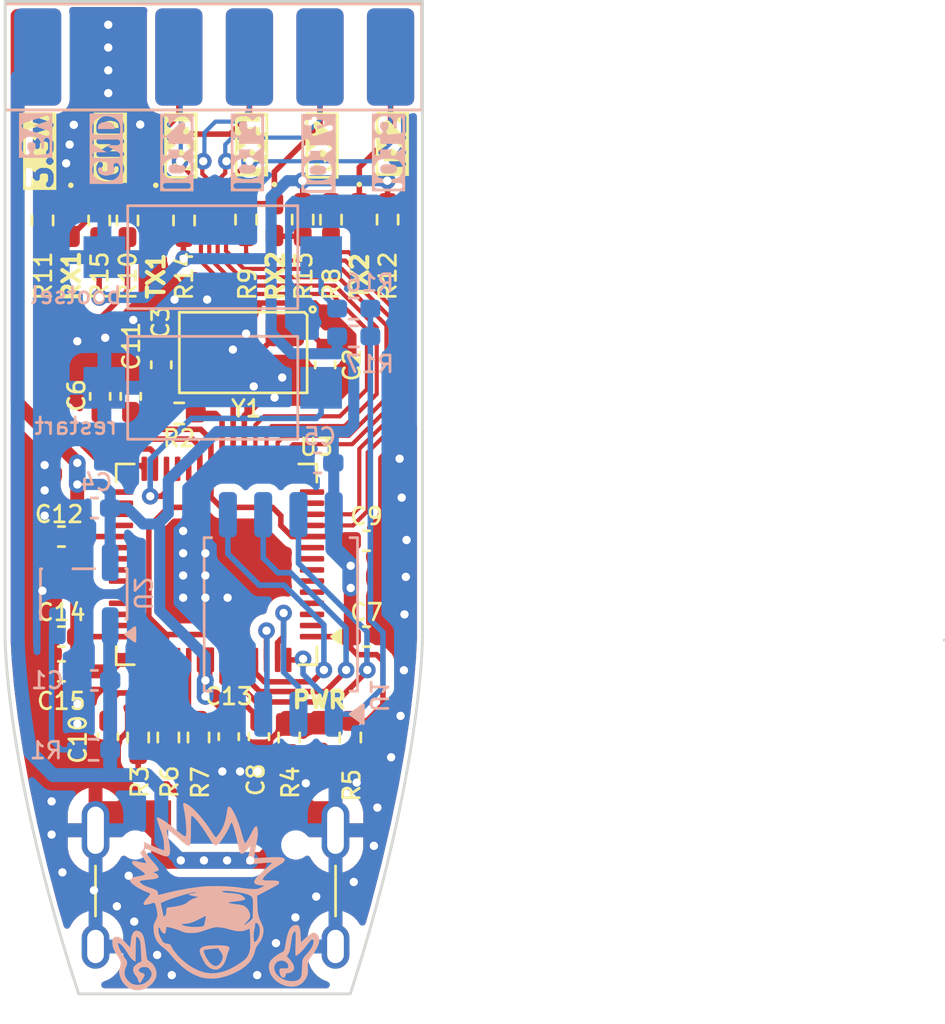
<source format=kicad_pcb>
(kicad_pcb (version 20241229) (generator "pcbnew") (generator_version "9.0")
  (layers (0 "F.Cu" signal) (2 "B.Cu" signal) (13 "F.Paste" user) (15 "B.Paste" user) (5 "F.SilkS" user "F.Silkscreen") (7 "B.SilkS" user "B.Silkscreen") (1 "F.Mask" user) (3 "B.Mask" user) (25 "Edge.Cuts" user))
  (net 0 "")
  (net 1 "GND")
  (net 2 "VBUS")
  (net 3 "/XIN")
  (net 4 "Net-(C3-Pad1)")
  (net 5 "+3.3V")
  (net 6 "+1V1")
  (net 7 "Net-(D1-A)")
  (net 8 "Net-(D2-A)")
  (net 9 "/UART0_TX")
  (net 10 "/UART0_RX")
  (net 11 "Net-(D3-A)")
  (net 12 "/UART1_TX")
  (net 13 "Net-(D4-A)")
  (net 14 "Net-(D5-A)")
  (net 15 "/UART1_RX")
  (net 16 "Net-(R16-Pad1)")
  (net 17 "/USB_D+")
  (net 19 "Net-(J1-CC1)")
  (net 20 "/USB_D-")
  (net 21 "Net-(U3-GPIO8)")
  (net 22 "Net-(U3-GPIO9)")
  (net 23 "Net-(J1-CC2)")
  (net 25 "/SPICS_I2CSCL0")
  (net 26 "/SPISCK_I2CSDA1")
  (net 27 "/SPIRX_I2CSDA0")
  (net 28 "/SPITX_I2CSCL1")
  (net 33 "Net-(U2-EN)")
  (net 34 "/XOUT")
  (net 35 "/QSPI_SS")
  (net 36 "/RUN")
  (net 37 "/QSPI_SCLK")
  (net 38 "/QSPI_SD0")
  (net 39 "/QSPI_SD3")
  (net 40 "/QSPI_SD2")
  (net 41 "/QSPI_SD1")
  (net 58 "/USB__D-")
  (net 59 "/USB__D+")
  (net 60 "Net-(U3-GPIO16)")
  (net 61 "Net-(U3-GPIO17)")
  (footprint "LED_SMD:LED_0402_1005Metric_Pad0.77x0.64mm_HandSolder" (layer "F.Cu") (at 158.97438 112.45 -90)
    (property "Reference" "D2")
    (property "Value" "TX2")
  )
  (footprint "Resistor_SMD:R_0402_1005Metric_Pad0.72x0.64mm_HandSolder" (layer "F.Cu") (at 149.61219 112.48 90)
    (property "Reference" "R15")
    (property "Value" "470R")
  )
  (footprint "Resistor_SMD:R_0402_1005Metric_Pad0.72x0.64mm_HandSolder" (layer "F.Cu") (at 154.9 112.45 90)
    (property "Reference" "R9")
    (property "Value" "100R")
  )
  (footprint "RB_LIBRARY:Crystal_SMD_4Pin" (layer "F.Cu") (at 154.897578 117.1825 180)
    (property "Reference" "Y1")
    (property "Value" "12Mhz")
  )
  (footprint "Capacitor_SMD:C_0402_1005Metric_Pad0.74x0.62mm_HandSolder" (layer "F.Cu") (at 148.255078 127.45 180)
    (property "Reference" "C14")
    (property "Value" "0.1uF")
  )
  (footprint "Resistor_SMD:R_0402_1005Metric_Pad0.72x0.64mm_HandSolder" (layer "F.Cu") (at 152.492578 119.4225)
    (property "Reference" "R2")
    (property "Value" "1k")
  )
  (footprint "Capacitor_SMD:C_0402_1005Metric_Pad0.74x0.62mm_HandSolder" (layer "F.Cu") (at 159.2325 124)
    (property "Reference" "C9")
    (property "Value" "0.1uF")
  )
  (footprint "Resistor_SMD:R_0402_1005Metric_Pad0.72x0.64mm_HandSolder" (layer "F.Cu") (at 150.630785 112.48 90)
    (property "Reference" "R10")
    (property "Value" "100R")
  )
  (footprint "Capacitor_SMD:C_0402_1005Metric_Pad0.74x0.62mm_HandSolder" (layer "F.Cu") (at 157.747578 117.6725 -90)
    (property "Reference" "C2")
    (property "Value" "15pF")
  )
  (footprint "Resistor_SMD:R_0402_1005Metric_Pad0.72x0.64mm_HandSolder" (layer "F.Cu") (at 152.667975 112.48 90)
    (property "Reference" "R14")
    (property "Value" "470R")
  )
  (footprint "Package_DFN_QFN:QFN-56-1EP_7x7mm_P0.4mm_EP3.2x3.2mm" (layer "F.Cu") (at 153.835076 124.85 180)
    (property "Reference" "U3")
    (property "Value" "RP2040")
  )
  (footprint "RB_LIBRARY:PinHeader_2x06_SMD_P2.54mm_Horizontal" (layer "F.Cu") (at 152.479998 106.6 90)
    (property "Reference" "J2" (hide yes))
    (property "Value" "Conn_02x06" (hide yes))
  )
  (footprint "Resistor_SMD:R_0402_1005Metric_Pad0.72x0.64mm_HandSolder" (layer "F.Cu") (at 157.955785 112.45 90)
    (property "Reference" "R8")
    (property "Value" "100R")
  )
  (footprint "LED_SMD:LED_0402_1005Metric_Pad0.77x0.64mm_HandSolder" (layer "F.Cu") (at 151.64938 112.48 -90)
    (property "Reference" "D4")
    (property "Value" "TX1")
  )
  (footprint "Capacitor_SMD:C_0402_1005Metric_Pad0.74x0.62mm_HandSolder" (layer "F.Cu") (at 159.2325 127.45)
    (property "Reference" "C7")
    (property "Value" "0.1uF")
  )
  (footprint "Resistor_SMD:R_0402_1005Metric_Pad0.72x0.64mm_HandSolder" (layer "F.Cu") (at 156.93719 112.45 -90)
    (property "Reference" "R13")
    (property "Value" "470R")
  )
  (footprint "Resistor_SMD:R_0402_1005Metric_Pad0.72x0.64mm_HandSolder" (layer "F.Cu") (at 159.992975 112.45 -90)
    (property "Reference" "R12")
    (property "Value" "470R")
  )
  (footprint "Resistor_SMD:R_0402_1005Metric_Pad0.72x0.64mm_HandSolder" (layer "F.Cu") (at 151.015972 131.0775 90)
    (property "Reference" "R3")
    (property "Value" "5.1k")
  )
  (footprint "Capacitor_SMD:C_0402_1005Metric_Pad0.74x0.62mm_HandSolder" (layer "F.Cu") (at 150.747578 118.8075 90)
    (property "Reference" "C11")
    (property "Value" "0.1uF")
  )
  (footprint "Capacitor_SMD:C_0402_1005Metric_Pad0.74x0.62mm_HandSolder" (layer "F.Cu") (at 149.647578 118.8075 90)
    (property "Reference" "C6")
    (property "Value" "0.1uF")
  )
  (footprint "LED_SMD:LED_0402_1005Metric_Pad0.77x0.64mm_HandSolder" (layer "F.Cu") (at 155.918595 112.45 -90)
    (property "Reference" "D3")
    (property "Value" "RX2")
  )
  (footprint "Capacitor_SMD:C_0402_1005Metric_Pad0.74x0.62mm_HandSolder" (layer "F.Cu") (at 148.255078 123.85 180)
    (property "Reference" "C12")
    (property "Value" "0.1uF")
  )
  (footprint "RB_LIBRARY:USB-C_16" (layer "F.Cu") (at 153.8 133.5)
    (property "Reference" "J1")
    (property "Value" "USB_C_Receptacle")
  )
  (footprint "Capacitor_SMD:C_0402_1005Metric_Pad0.74x0.62mm_HandSolder" (layer "F.Cu") (at 154.276389 131.0475 -90)
    (property "Reference" "C13")
    (property "Value" "0.1uF")
  )
  (footprint "Capacitor_SMD:C_0402_1005Metric_Pad0.74x0.62mm_HandSolder" (layer "F.Cu") (at 149.929167 131.0475 -90)
    (property "Reference" "C10")
    (property "Value" "2.2uF")
  )
  (footprint "Resistor_SMD:R_0402_1005Metric_Pad0.72x0.64mm_HandSolder" (layer "F.Cu") (at 153.189584 131.0775 90)
    (property "Reference" "R7")
    (property "Value" "27R")
  )
  (footprint "Resistor_SMD:R_0402_1005Metric_Pad0.72x0.64mm_HandSolder" (layer "F.Cu") (at 147.575 112.4775 90)
    (property "Reference" "R11")
    (property "Value" "100R")
  )
  (footprint "LED_SMD:LED_0402_1005Metric_Pad0.77x0.64mm_HandSolder" (layer "F.Cu") (at 157.536806 131.0775 -90)
    (property "Reference" "D1" (hide yes))
    (property "Value" "PWR")
  )
  (footprint "Resistor_SMD:R_0402_1005Metric_Pad0.72x0.64mm_HandSolder" (layer "F.Cu") (at 152.102778 131.0775 90)
    (property "Reference" "R6")
    (property "Value" "27R")
  )
  (footprint "Capacitor_SMD:C_0402_1005Metric_Pad0.74x0.62mm_HandSolder" (layer "F.Cu") (at 155.363195 131.0475 -90)
    (property "Reference" "C8")
    (property "Value" "0.1uF")
  )
  (footprint "Capacitor_SMD:C_0402_1005Metric_Pad0.74x0.62mm_HandSolder" (layer "F.Cu") (at 151.847578 117.6725 90)
    (property "Reference" "C3")
    (property "Value" "15pF")
  )
  (footprint "Capacitor_SMD:C_0402_1005Metric_Pad0.74x0.62mm_HandSolder" (layer "F.Cu") (at 148.255078 128.7 180)
    (property "Reference" "C15")
    (property "Value" "2.2uF")
  )
  (footprint "Resistor_SMD:R_0402_1005Metric_Pad0.72x0.64mm_HandSolder" (layer "F.Cu") (at 158.65 131.0775 -90)
    (property "Reference" "R5")
    (property "Value" "470R")
  )
  (footprint "Resistor_SMD:R_0402_1005Metric_Pad0.72x0.64mm_HandSolder" (layer "F.Cu") (at 156.45 131.0775 90)
    (property "Reference" "R4")
    (property "Value" "5.1k")
  )
  (footprint "LED_SMD:LED_0402_1005Metric_Pad0.77x0.64mm_HandSolder" (layer "F.Cu") (at 148.593595 112.48 -90)
    (property "Reference" "D5")
    (property "Value" "RX1")
  )
  (footprint "Capacitor_SMD:C_0402_1005Metric_Pad0.74x0.62mm_HandSolder" (layer "B.Cu") (at 157.47 121.2 180)
    (property "Reference" "C5")
    (property "Value" "0.1uF")
  )
  (footprint "LOGO" (layer "B.Cu") (at 153.807978 136.800001 180)
    (property "Reference" "G***" (hide yes))
    (property "Value" "LOGO" (hide yes))
  )
  (footprint "Resistor_SMD:R_0402_1005Metric_Pad0.72x0.64mm_HandSolder" (layer "B.Cu") (at 158.775002 116.65)
    (property "Reference" "R17")
    (property "Value" "10k")
  )
  (footprint "Resistor_SMD:R_0402_1005Metric_Pad0.72x0.64mm_HandSolder" (layer "B.Cu") (at 158.775002 115.65)
    (property "Reference" "R16")
    (property "Value" "1k")
  )
  (footprint "Capacitor_SMD:C_0402_1005Metric_Pad0.74x0.62mm_HandSolder" (layer "B.Cu") (at 149.44 122.825 180)
    (property "Reference" "C4")
    (property "Value" "1uF")
  )
  (footprint "Resistor_SMD:R_0402_1005Metric_Pad0.72x0.64mm_HandSolder" (layer "B.Cu") (at 149.41 131.52)
    (property "Reference" "R1")
    (property "Value" "10k")
  )
  (footprint "Button_Switch_SMD:SW_SPST_CK_RS282G05A3" (layer "B.Cu") (at 153.7 118.5)
    (property "Reference" "SW2" (hide yes))
    (property "Value" "restart")
  )
  (footprint "Button_Switch_SMD:SW_SPST_CK_RS282G05A3" (layer "B.Cu") (at 153.7 113.8)
    (property "Reference" "SW1" (hide yes))
    (property "Value" "bootsel")
  )
  (footprint "Package_SO:SOIC-8_5.3x5.3mm_P1.27mm" (layer "B.Cu") (at 156.15 126.65 90)
    (property "Reference" "U1")
    (property "Value" "W25Q32JVSS")
  )
  (footprint "Package_TO_SOT_SMD:SOT-23-5" (layer "B.Cu") (at 149.057501 125.9195 90)
    (property "Reference" "U2")
    (property "Value" "TLV74333PDBVR")
  )
  (footprint "Capacitor_SMD:C_0402_1005Metric_Pad0.74x0.62mm_HandSolder" (layer "B.Cu") (at 149.44 129.025001 180)
    (property "Reference" "C1")
    (property "Value" "1uF")
  )
  (gr_rect (start 153.175 127.8875) (end 153.700001 128.675) (stroke (width 0.1)) (fill yes) (layer "F.Cu") (net 5))
  (gr_rect (start 149.49 133.37) (end 150.875 134.34) (fill yes) (layer "F.Cu") (net 1))
  (gr_rect (start 156.725 133.37) (end 158.11 134.34) (fill yes) (layer "F.Cu") (net 1))
  (gr_rect (start 151.135076 127.85) (end 151.735077 128.725) (stroke (width 0.1)) (fill yes) (layer "F.Cu") (net 5))
  (gr_line (start 146.225 104.6) (end 146.225 127.45) (stroke (width 0.1)) (layer "Edge.Cuts"))
  (gr_curve (pts (xy 158.65 140.3) (xy 161.25 132.25) (xy 161.25 127.45) (xy 161.25 127.45)) (stroke (width 0.1)) (layer "Edge.Cuts"))
  (gr_curve (pts (xy 161.25 127.45) (xy 161.25 127.45) (xy 161.25 127.45) (xy 161.25 127.45)) (stroke (width 0.1)) (layer "Edge.Cuts"))
  (gr_line (start 161.25 104.6) (end 161.25 127.45) (stroke (width 0.1)) (layer "Edge.Cuts"))
  (gr_curve (pts (xy 148.875 140.3) (xy 146.225 132.25) (xy 146.225 127.45) (xy 146.225 127.45)) (stroke (width 0.1)) (layer "Edge.Cuts"))
  (gr_curve (pts (xy 180.025 127.575) (xy 180.025 127.575) (xy 180.025 127.575) (xy 180.025 127.575)) (stroke (width 0.1)) (layer "Edge.Cuts"))
  (gr_line (start 158.65 140.3) (end 148.875 140.3) (stroke (width 0.1)) (layer "Edge.Cuts"))
  (gr_line (start 161.25 104.6) (end 146.225 104.6) (stroke (width 0.1)) (layer "Edge.Cuts"))
  (gr_text "GND" (at 150.520998 111.214285 90) (layer "F.SilkS" knockout) (effects (font (size 0.8 0.8) (thickness 0.2) (bold yes)) (justify left bottom)))
  (gr_text "RX2" (at 158.140997 111.1 90) (layer "F.SilkS" knockout) (effects (font (size 0.8 0.8) (thickness 0.2) (bold yes)) (justify left bottom)))
  (gr_text "TX2" (at 160.68 111.02 90) (layer "F.SilkS" knockout) (effects (font (size 0.8 0.8) (thickness 0.4) (bold yes)) (justify left bottom)))
  (gr_text "RX1" (at 153.060998 111.1 90) (layer "F.SilkS" knockout) (effects (font (size 0.8 0.8) (thickness 0.2) (bold yes)) (justify left bottom)))
  (gr_text "3.3V" (at 147.980999 111.43 90) (layer "F.SilkS" knockout) (effects (font (size 0.8 0.8) (thickness 0.2) (bold yes)) (justify left bottom)))
  (gr_text "TX1" (at 155.600998 110.909524 90) (layer "F.SilkS" knockout) (effects (font (size 0.8 0.8) (thickness 0.2) (bold yes)) (justify left bottom)))
  (gr_text "5V" (at 146.818999 108.6 270) (layer "B.SilkS" knockout) (effects (font (size 0.8 0.8) (thickness 0.2)) (justify right bottom mirror)))
  (gr_text "IO12" (at 151.898998 108.55 270) (layer "B.SilkS" knockout) (effects (font (size 0.8 0.8) (thickness 0.2)) (justify right bottom mirror)))
  (gr_text "IO13" (at 154.438998 108.55 270) (layer "B.SilkS" knockout) (effects (font (size 0.8 0.8) (thickness 0.2)) (justify right bottom mirror)))
  (gr_text "IO14" (at 156.978997 108.6 270) (layer "B.SilkS" knockout) (effects (font (size 0.8 0.8) (thickness 0.2)) (justify right bottom mirror)))
  (gr_text "IO15" (at 159.518998 108.55 270) (layer "B.SilkS" knockout) (effects (font (size 0.8 0.8) (thickness 0.2)) (justify right bottom mirror)))
  (gr_text "GND" (at 149.358998 108.55 270) (layer "B.SilkS" knockout) (effects (font (size 0.8 0.8) (thickness 0.2)) (justify right bottom mirror)))
  (segment (start 151.847578 117.05) (end 152.465078 116.4325) (width 0.2) (layer "F.Cu") (net 1))
  (segment (start 157.375 115.45) (end 158.65 116.725) (width 0.2) (layer "F.Cu") (net 1))
  (segment (start 152.465078 116.4325) (end 153.297578 116.4325) (width 0.2) (layer "F.Cu") (net 1))
  (segment (start 149.647578 118.24) (end 150.747578 118.24) (width 0.2) (layer "F.Cu") (net 1))
  (segment (start 154.835076 119.495002) (end 156.200039 118.130039) (width 0.2) (layer "F.Cu") (net 1))
  (segment (start 154.3675 116.4325) (end 155.35 115.45) (width 0.2) (layer "F.Cu") (net 1))
  (segment (start 151.847578 117.105) (end 151.847578 117.05) (width 0.2) (layer "F.Cu") (net 1))
  (segment (start 151.092578 117.105) (end 151.847578 117.105) (width 0.2) (layer "F.Cu") (net 1))
  (segment (start 158.65 116.725) (end 158.65 117.85) (width 0.2) (layer "F.Cu") (net 1))
  (segment (start 154.835076 121.4125) (end 154.835076 119.495002) (width 0.2) (layer "F.Cu") (net 1))
  (segment (start 150.747578 117.45) (end 151.092578 117.105) (width 0.2) (layer "F.Cu") (net 1))
  (segment (start 153.297578 116.4325) (end 154.3675 116.4325) (width 0.2) (layer "F.Cu") (net 1))
  (segment (start 158.65 117.85) (end 158.26 118.24) (width 0.2) (layer "F.Cu") (net 1))
  (segment (start 155.363195 131.615) (end 155.363195 131.566805) (width 0.2) (layer "F.Cu") (net 1))
  (segment (start 156.200039 118.130039) (end 156.297578 118.0325) (width 0.2) (layer "F.Cu") (net 1))
  (segment (start 149.929167 131.615) (end 149.929167 131.566805) (width 0.2) (layer "F.Cu") (net 1))
  (segment (start 155.35 115.45) (end 157.375 115.45) (width 0.2) (layer "F.Cu") (net 1))
  (segment (start 156.505078 118.24) (end 156.297578 118.0325) (width 0.2) (layer "F.Cu") (net 1))
  (segment (start 149.929167 131.566805) (end 151.015972 130.48) (width 0.2) (layer "F.Cu") (net 1))
  (segment (start 157.747578 118.24) (end 156.505078 118.24) (width 0.2) (layer "F.Cu") (net 1))
  (segment (start 158.26 118.24) (end 157.747578 118.24) (width 0.2) (layer "F.Cu") (net 1))
  (segment (start 153.4 116.330078) (end 153.297578 116.4325) (width 0.2) (layer "F.Cu") (net 1))
  (segment (start 150.747578 118.24) (end 150.747578 117.45) (width 0.2) (layer "F.Cu") (net 1))
  (segment (start 155.363195 131.566805) (end 156.45 130.48) (width 0.2) (layer "F.Cu") (net 1))
  (via (at 160.675 123.975) (size 0.6) (drill 0.3) (layers "F.Cu" "B.Cu") (net 1))
  (via (at 159.5 134.975) (size 0.6) (drill 0.3) (layers "F.Cu" "B.Cu") (net 1))
  (via (at 148.83 130.58) (size 0.6) (drill 0.3) (layers "F.Cu" "B.Cu") (net 1))
  (via (at 154.425 117.125) (size 0.6) (drill 0.3) (layers "F.Cu" "B.Cu") (net 1))
  (via (at 160.6 126.65) (size 0.6) (drill 0.3) (layers "F.Cu" "B.Cu") (net 1))
  (via (at 160.58 128.66) (size 0.6) (drill 0.3) (layers "F.Cu" "B.Cu") (net 1))
  (via (at 149.83 116.7) (size 0.6) (drill 0.3) (layers "F.Cu" "B.Cu") (net 1))
  (via (at 154.9 116.55) (size 0.6) (drill 0.3) (layers "F.Cu" "B.Cu") (net 1))
  (via (at 153.435076 126.05) (size 0.6) (drill 0.3) (layers "F.Cu" "B.Cu") (net 1))
  (via (at 155.3 139.625) (size 0.6) (drill 0.3) (layers "F.Cu" "B.Cu") (net 1))
  (via (at 160.425 121.05) (size 0.6) (drill 0.3) (layers "F.Cu" "B.Cu") (net 1))
  (via (at 154.685 132.3) (size 0.6) (drill 0.3) (layers "F.Cu" "B.Cu") (net 1))
  (via (at 147.9 133.375) (size 0.6) (drill 0.3) (layers "F.Cu" "B.Cu") (net 1))
  (via (at 156.200039 118.130039) (size 0.6) (drill 0.3) (layers "F.Cu" "B.Cu") (net 1))
  (via (at 148.83 129.87) (size 0.6) (drill 0.3) (layers "F.Cu" "B.Cu") (net 1))
  (via (at 156.675 137.55) (size 0.6) (drill 0.3) (layers "F.Cu" "B.Cu") (net 1))
  (via (at 155.325 132.3) (size 0.6) (drill 0.3) (layers "F.Cu" "B.Cu") (net 1))
  (via (at 152.635076 124.45) (size 0.6) (drill 0.3) (layers "F.Cu" "B.Cu") (net 1))
  (via (at 149.939998 107.08) (size 0.6) (drill 0.3) (layers "F.Cu" "B.Cu") (net 1))
  (via (at 159.625 133.6) (size 0.6) (drill 0.3) (layers "F.Cu" "B.Cu") (net 1))
  (via (at 147.65 122.19) (size 0.6) (drill 0.3) (layers "F.Cu" "B.Cu") (net 1))
  (via (at 154.045 132.3) (size 0.6) (drill 0.3) (layers "F.Cu" "B.Cu") (net 1))
  (via (at 147.65 121.28) (size 0.6) (drill 0.3) (layers "F.Cu" "B.Cu") (net 1))
  (via (at 158.88 132.7) (size 0.6) (drill 0.3) (layers "F.Cu" "B.Cu") (net 1))
  (via (at 148.55 109.75) (size 0.6) (drill 0.3) (layers "F.Cu" "B.Cu") (net 1))
  (via (at 157.05 132.725) (size 0.6) (drill 0.3) (layers "F.Cu" "B.Cu") (net 1))
  (via (at 158.775 136.275) (size 0.6) (drill 0.3) (layers "F.Cu" "B.Cu") (net 1))
  (via (at 148.825 116.825) (size 0.6) (drill 0.3) (layers "F.Cu" "B.Cu") (net 1))
  (via (at 150.84 116.06) (size 0.6) (drill 0.3) (layers "F.Cu" "B.Cu") (net 1))
  (via (at 149.425 136.575) (size 0.6) (drill 0.3) (layers "F.Cu" "B.Cu") (net 1))
  (via (at 152.325 115.325) (size 0.6) (drill 0.3) (layers "F.Cu" "B.Cu") (net 1))
  (via (at 155.925 118.85) (size 0.6) (drill 0.3) (layers "F.Cu" "B.Cu") (net 1))
  (via (at 152.635076 126.05) (size 0.6) (drill 0.3) (layers "F.Cu" "B.Cu") (net 1))
  (via (at 153.5 115.325) (size 0.6) (drill 0.3) (layers "F.Cu" "B.Cu") (net 1))
  (via (at 149.939998 107.9) (size 0.6) (drill 0.3) (layers "F.Cu" "B.Cu") (net 1))
  (via (at 160.5 122.45) (size 0.6) (drill 0.3) (layers "F.Cu" "B.Cu") (net 1))
  (via (at 151.09 109.03) (size 0.6) (drill 0.3) (layers "F.Cu" "B.Cu") (net 1))
  (via (at 148.7 109.04) (size 0.6) (drill 0.3) (layers "F.Cu" "B.Cu") (net 1))
  (via (at 147.57 125.8) (size 0.6) (drill 0.3) (layers "F.Cu" "B.Cu") (net 1))
  (via (at 152.635076 123.65) (size 0.6) (drill 0.3) (layers "F.Cu" "B.Cu") (net 1))
  (via (at 153.435076 125.25) (size 0.6) (drill 0.3) (layers "F.Cu" "B.Cu") (net 1))
  (via (at 157.425 136.8) (size 0.6) (drill 0.3) (layers "F.Cu" "B.Cu") (net 1))
  (via (at 160.12 131.79) (size 0.6) (drill 0.3) (layers "F.Cu" "B.Cu") (net 1))
  (via (at 155.975 138.475) (size 0.6) (drill 0.3) (layers "F.Cu" "B.Cu") (net 1))
  (via (at 155.175 118.45) (size 0.6) (drill 0.3) (layers "F.Cu" "B.Cu") (net 1))
  (via (at 150.25 137.15) (size 0.6) (drill 0.3) (layers "F.Cu" "B.Cu") (net 1))
  (via (at 160.65 125.3) (size 0.6) (drill 0.3) (layers "F.Cu" "B.Cu") (net 1))
  (via (at 152.635076 125.25) (size 0.6) (drill 0.3) (layers "F.Cu" "B.Cu") (net 1))
  (via (at 148.29 135.93) (size 0.6) (drill 0.3) (layers "F.Cu" "B.Cu") (net 1))
  (via (at 160.46 130.3) (size 0.6) (drill 0.3) (layers "F.Cu" "B.Cu") (net 1))
  (via (at 152.225 139.625) (size 0.6) (drill 0.3) (layers "F.Cu" "B.Cu") (net 1))
  (via (at 147.65 123.1) (size 0.6) (drill 0.3) (layers "F.Cu" "B.Cu") (net 1))
  (via (at 153.435076 124.45) (size 0.6) (drill 0.3) (layers "F.Cu" "B.Cu") (net 1))
  (via (at 154.235076 126.05) (size 0.6) (drill 0.3) (layers "F.Cu" "B.Cu") (net 1))
  (via (at 149.939998 105.44) (size 0.6) (drill 0.3) (layers "F.Cu" "B.Cu") (net 1))
  (via (at 150.875 137.7) (size 0.6) (drill 0.3) (layers "F.Cu" "B.Cu") (net 1))
  (via (at 151.7 138.9) (size 0.6) (drill 0.3) (layers "F.Cu" "B.Cu") (net 1))
  (via (at 147.9 134.57) (size 0.6) (drill 0.3) (layers "F.Cu" "B.Cu") (net 1))
  (via (at 148.425 110.425) (size 0.6) (drill 0.3) (layers "F.Cu" "B.Cu") (net 1))
  (via (at 150.675 136.05) (size 0.6) (drill 0.3) (layers "F.Cu" "B.Cu") (net 1))
  (via (at 149.939998 106.26) (size 0.6) (drill 0.3) (layers "F.Cu" "B.Cu") (net 1))
  (segment (start 152.55 135.5) (end 152.1 135.5) (width 0.6) (layer "F.Cu") (net 2))
  (segment (start 155.814 135.186) (end 155.814 134.791) (width 0.6) (layer "F.Cu") (net 2))
  (segment (start 151.786 135.186) (end 151.786 134.791) (width 0.6) (layer "F.Cu") (net 2))
  (segment (start 152.56243 135.5) (end 155.05 135.5) (width 0.6) (layer "F.Cu") (net 2))
  (segment (start 156.25 134.28757) (end 155.914 134.62357) (width 0.4) (layer "F.Cu") (net 2))
  (segment (start 155.05 135.5) (end 155.5 135.5) (width 0.6) (layer "F.Cu") (net 2))
  (segment (start 152.1 135.5) (end 151.786 135.186) (width 0.6) (layer "F.Cu") (net 2))
  (segment (start 151.35 133.84) (end 151.35 134.28757) (width 0.4) (layer "F.Cu") (net 2))
  (segment (start 155.5 135.5) (end 155.814 135.186) (width 0.6) (layer "F.Cu") (net 2))
  (segment (start 156.25 134.28757) (end 156.25 133.84) (width 0.4) (layer "F.Cu") (net 2))
  (segment (start 151.35 134.28757) (end 151.686 134.62357) (width 0.4) (layer "F.Cu") (net 2))
  (segment (start 155.05 135.48757) (end 155.05 135.5) (width 0.4) (layer "F.Cu") (net 2))
  (via (at 154.216667 135.5) (size 0.6) (drill 0.3) (layers "F.Cu" "B.Cu") (net 2))
  (via (at 152.55 135.5) (size 0.6) (drill 0.3) (layers "F.Cu" "B.Cu") (net 2))
  (via (at 153.383333 135.5) (size 0.6) (drill 0.3) (layers "F.Cu" "B.Cu") (net 2))
  (via (at 155.05 135.5) (size 0.6) (drill 0.3) (layers "F.Cu" "B.Cu") (net 2))
  (segment (start 155.05 135.5) (end 152.55 135.5) (width 0.6) (layer "B.Cu") (net 2))
  (segment (start 146.796071 129.185789) (end 146.713286 128.250681) (width 0.5) (layer "B.Cu") (net 2))
  (segment (start 151.3325 132.4325) (end 151.85 132.95) (width 0.5) (layer "B.Cu") (net 2))
  (segment (start 150.0075 132.4325) (end 151.3325 132.4325) (width 0.5) (layer "B.Cu") (net 2))
  (segment (start 147.135195 131.610195) (end 147.114978 131.498981) (width 0.5) (layer "B.Cu") (net 2))
  (segment (start 147.114978 131.498981) (end 146.929764 130.284551) (width 0.5) (layer "B.Cu") (net 2))
  (segment (start 151.85 134.8) (end 152.55 135.5) (width 0.5) (layer "B.Cu") (net 2))
  (segment (start 146.678639 127.583922) (end 146.678639 107.32136) (width 0.5) (layer "B.Cu") (net 2))
  (segment (start 146.713286 128.250681) (end 146.678639 127.583922) (width 0.5) (layer "B.Cu") (net 2))
  (segment (start 147.9575 132.4325) (end 147.135195 131.610195) (width 0.5) (layer "B.Cu") (net 2))
  (segment (start 151.85 132.95) (end 151.85 134.8) (width 0.5) (layer "B.Cu") (net 2))
  (segment (start 150.0075 132.4325) (end 147.9575 132.4325) (width 0.5) (layer "B.Cu") (net 2))
  (segment (start 150.0075 127.057) (end 150.0075 132.4325) (width 0.5) (layer "B.Cu") (net 2))
  (segment (start 146.929764 130.284551) (end 146.796071 129.185789) (width 0.5) (layer "B.Cu") (net 2))
  (segment (start 157.747578 117.05) (end 157.130077 116.432499) (width 0.2) (layer "F.Cu") (net 3))
  (segment (start 154.435077 118.164923) (end 156.167501 116.432499) (width 0.2) (layer "F.Cu") (net 3))
  (segment (start 157.130077 116.432499) (end 156.297578 116.432499) (width 0.2) (layer "F.Cu") (net 3))
  (segment (start 154.435077 121.4125) (end 154.435077 118.164923) (width 0.2) (layer "F.Cu") (net 3))
  (segment (start 156.167501 116.432499) (end 156.297578 116.432499) (width 0.2) (layer "F.Cu") (net 3))
  (segment (start 157.747578 117.105) (end 157.747578 117.05) (width 0.2) (layer "F.Cu") (net 3))
  (segment (start 151.847578 118.24) (end 153.090078 118.24) (width 0.2) (layer "F.Cu") (net 4))
  (segment (start 151.895078 119.4225) (end 151.895078 118.2875) (width 0.2) (layer "F.Cu") (net 4))
  (segment (start 153.090078 118.24) (end 153.297578 118.0325) (width 0.2) (layer "F.Cu") (net 4))
  (segment (start 151.895078 118.2875) (end 151.847578 118.24) (width 0.2) (layer "F.Cu") (net 4))
  (segment (start 148.825 121.2) (end 148.825 121.870156) (width 0.5) (layer "F.Cu") (net 5))
  (segment (start 155.85 122.8) (end 156.15 123.1) (width 0.2) (layer "F.Cu") (net 5))
  (segment (start 158.665 125.7) (end 158.665 125.85) (width 0.3) (layer "F.Cu") (net 5))
  (segment (start 150.747578 119.447578) (end 150.747578 119.375) (width 0.2) (layer "F.Cu") (net 5))
  (segment (start 159.599 128.099) (end 159.825 128.325) (width 0.2) (layer "F.Cu") (net 5))
  (segment (start 150.397576 123.85) (end 148.822578 123.85) (width 0.2) (layer "F.Cu") (net 5))
  (segment (start 149.61219 113.0775) (end 149.61219 115.23719) (width 0.2) (layer "F.Cu") (net 5))
  (segment (start 152.642975 113.0525) (end 152.667975 113.0775) (width 0.2) (layer "F.Cu") (net 5))
  (segment (start 153.635076 121.4125) (end 153.635076 120.360076) (width 0.2) (layer "F.Cu") (net 5))
  (segment (start 159.245 130.48) (end 158.65 130.48) (width 0.2) (layer "F.Cu") (net 5))
  (segment (start 151.235076 128.164924) (end 151.235076 128.2875) (width 0.2) (layer "F.Cu") (net 5))
  (segment (start 156.55 123.85) (end 157.272576 123.85) (width 0.2) (layer "F.Cu") (net 5))
  (segment (start 159.992975 111.8525) (end 159.992975 111.06219) (width 0.2) (layer "F.Cu") (net 5))
  (segment (start 153.425784 129.6) (end 153.4 129.574216) (width 0.4) (layer "F.Cu") (net 5))
  (segment (start 148.822578 121.872578) (end 148.822578 123.075) (width 0.5) (layer "F.Cu") (net 5))
  (segment (start 153.425784 129.6) (end 153.763889 129.6) (width 0.5) (layer "F.Cu") (net 5))
  (segment (start 158.665 127.45) (end 158.665 127.865) (width 0.2) (layer "F.Cu") (net 5))
  (segment (start 151.635077 128.2875) (end 151.635077 128.135077) (width 0.2) (layer "F.Cu") (net 5))
  (segment (start 157.272576 127.45) (end 158.15 127.45) (width 0.2) (layer "F.Cu") (net 5))
  (segment (start 159.825 128.325) (end 159.825 129.9) (width 0.2) (layer "F.Cu") (net 5))
  (segment (start 149.61219 115.23719) (end 149.625 115.25) (width 0.2) (layer "F.Cu") (net 5))
  (segment (start 158.665 124) (end 158.665 127.45) (width 0.5) (layer "F.Cu") (net 5))
  (segment (start 157.272576 123.85) (end 158.515 123.85) (width 0.2) (layer "F.Cu") (net 5))
  (segment (start 149.85 128.7) (end 150.2625 128.2875) (width 0.5) (layer "F.Cu") (net 5))
  (segment (start 150.397576 127.45) (end 148.822578 127.45) (width 0.2) (layer "F.Cu") (net 5))
  (segment (start 158.15 127.45) (end 158.805078 127.45) (width 0.2) (layer "F.Cu") (net 5))
  (segment (start 148.825 121.2) (end 146.676 119.051) (width 0.5) (layer "F.Cu") (net 5))
  (segment (start 159.992975 111.06219) (end 159.980785 111.05) (width 0.2) (layer "F.Cu") (net 5))
  (segment (start 156.93719 111.06219) (end 156.925 111.05) (width 0.2) (layer "F.Cu") (net 5))
  (segment (start 147.399999 105.849999) (end 147.399999 106.6) (width 0.5) (layer "F.Cu") (net 5))
  (segment (start 156.15 123.1) (end 156.15 123.45) (width 0.2) (layer "F.Cu") (net 5))
  (segment (start 153.635076 120.360076) (end 153.2685 119.9935) (width 0.2) (layer "F.Cu") (net 5))
  (segment (start 148.822578 123.075) (end 148.822578 128.7) (width 0.5) (layer "F.Cu") (net 5))
  (segment (start 152.642975 113.84281) (end 152.655165 113.855) (width 0.2) (layer "F.Cu") (net 5))
  (segment (start 148.822578 128.7) (end 149.85 128.7) (width 0.5) (layer "F.Cu") (net 5))
  (segment (start 153.4375 128.28125) (end 153.4375 129.588284) (width 0.5) (layer "F.Cu") (net 5))
  (segment (start 158.665 127.865) (end 158.899 128.099) (width 0.2) (layer "F.Cu") (net 5))
  (segment (start 159.825 129.9) (end 159.245 130.48) (width 0.2) (layer "F.Cu") (net 5))
  (segment (start 152.642975 113.0525) (end 152.642975 113.84281) (width 0.2) (layer "F.Cu") (net 5))
  (segment (start 153.763889 129.6) (end 154.276389 130.1125) (width 0.5) (layer "F.Cu") (net 5))
  (segment (start 158.515 123.85) (end 158.665 124) (width 0.2) (layer "F.Cu") (net 5))
  (segment (start 153.635076 121.4125) (end 153.635076 122.435076) (width 0.2) (layer "F.Cu") (net 5))
  (segment (start 153.4375 129.588284) (end 153.425784 129.6) (width 0.6) (layer "F.Cu") (net 5))
  (segment (start 156.15 123.45) (end 156.55 123.85) (width 0.2) (layer "F.Cu") (net 5))
  (segment (start 153.2685 119.9935) (end 151.2935 119.9935) (width 0.2) (layer "F.Cu") (net 5))
  (segment (start 158.692501 130.48) (end 158.8 130.587499) (width 0.2) (layer "F.Cu") (net 5))
  (segment (start 146.676 119.051) (end 146.676 105.126) (width 0.5) (layer "F.Cu") (net 5))
  (segment (start 154 122.8) (end 155.85 122.8) (width 0.2) (layer "F.Cu") (net 5))
  (segment (start 150.2625 128.2875) (end 151.235076 128.2875) (width 0.5) (layer "F.Cu") (net 5))
  (segment (start 156.93719 111.8525) (end 156.93719 111.06219) (width 0.2) (layer "F.Cu") (net 5))
  (segment (start 158.899 128.099) (end 159.599 128.099) (width 0.2) (layer "F.Cu") (net 5))
  (segment (start 153.635076 122.435076) (end 154 122.8) (width 0.2) (layer "F.Cu") (net 5))
  (segment (start 146.676 105.126) (end 147.399999 105.849999) (width 0.5) (layer "F.Cu") (net 5))
  (segment (start 154.276389 130.1125) (end 154.276389 130.48) (width 0.5) (layer "F.Cu") (net 5))
  (segment (start 151.2935 119.9935) (end 150.747578 119.447578) (width 0.2) (layer "F.Cu") (net 5))
  (via (at 153.4375 129.025) (size 0.6) (drill 0.3) (layers "F.Cu" "B.Cu") (net 5))
  (via (at 153.4375 129.6) (size 0.6) (drill 0.3) (layers "F.Cu" "B.Cu") (net 5))
  (via (at 152.655165 113.855) (size 0.6) (drill 0.3) (layers "F.Cu" "B.Cu") (net 5))
  (via (at 159.980785 111.05) (size 0.6) (drill 0.3) (layers "F.Cu" "B.Cu") (net 5))
  (via (at 149.625 115.25) (size 0.6) (drill 0.3) (layers "F.Cu" "B.Cu") (net 5))
  (via (at 156.925 111.05) (size 0.6) (drill 0.3) (layers "F.Cu" "B.Cu") (net 5))
  (via (at 148.825 121.977422) (size 0.6) (drill 0.3) (layers "F.Cu" "B.Cu") (net 5))
  (via (at 148.825 121.2) (size 0.6) (drill 0.3) (layers "F.Cu" "B.Cu") (net 5))
  (via (at 158.665 125.7) (size 0.6) (drill 0.3) (layers "F.Cu" "B.Cu") (net 5))
  (via (at 158.665 124.9) (size 0.6) (drill 0.3) (layers "F.Cu" "B.Cu") (net 5))
  (segment (start 158.175 117.275) (end 156.55 117.275) (width 0.4) (layer "B.Cu") (net 5))
  (segment (start 158.425 117.275) (end 158.175 117.275) (width 0.4) (layer "B.Cu") (net 5))
  (segment (start 158.055 124.29) (end 158.055 123.0625) (width 0.6) (layer "B.Cu") (net 5))
  (segment (start 155.795 113.855) (end 155.8 113.85) (width 0.4) (layer "B.Cu") (net 5))
  (segment (start 155.8 116.525) (end 155.8 114.425) (width 0.4) (layer "B.Cu") (net 5))
  (segment (start 158.525 120.075) (end 158.775 119.825) (width 0.4) (layer "B.Cu") (net 5))
  (segment (start 148.825 121.870156) (end 148.825 121.2) (width 0.6) (layer "B.Cu") (net 5))
  (segment (start 148.822578 121.977422) (end 148.825 121.975) (width 0.4) (layer "B.Cu") (net 5))
  (segment (start 155.8 113.85) (end 155.8 112.63) (width 0.4) (layer "B.Cu") (net 5))
  (segment (start 151.2 123.4) (end 151.725 123.4) (width 0.4) (layer "B.Cu") (net 5))
  (segment (start 158.177502 116.65) (end 158.177502 117.272498) (width 0.4) (layer "B.Cu") (net 5))
  (segment (start 158.055 121.2175) (end 158.0375 121.2) (width 0.4) (layer "B.Cu") (net 5))
  (segment (start 155.8 111.64) (end 156.39 111.05) (width 0.4) (layer "B.Cu") (net 5))
  (segment (start 158.665 124.9) (end 158.055 124.29) (width 0.6) (layer "B.Cu") (net 5))
  (segment (start 150.0075 122.825) (end 150.625 122.825) (width 0.4) (layer "B.Cu") (net 5))
  (segment (start 148.825 121.975) (end 149.725 121.975) (width 0.4) (layer "B.Cu") (net 5))
  (segment (start 152.655165 113.855) (end 155.795 113.855) (width 0.4) (layer "B.Cu") (net 5))
  (segment (start 158.0375 120.1125) (end 158.075 120.075) (width 0.4) (layer "B.Cu") (net 5))
  (segment (start 153.425784 129.6) (end 153.425784 129.025) (width 0.6) (layer "B.Cu") (net 5))
  (segment (start 149.725 121.975) (end 150.0075 122.2575) (width 0.4) (layer "B.Cu") (net 5))
  (segment (start 151.260165 115.25) (end 149.625 115.25) (width 0.4) (layer "B.Cu") (net 5))
  (segment (start 152.655165 113.855) (end 151.260165 115.25) (width 0.4) (layer "B.Cu") (net 5))
  (segment (start 150.0075 122.2575) (end 150.0075 122.825) (width 0.4) (layer "B.Cu") (net 5))
  (segment (start 158.055 123.0625) (end 158.055 121.2175) (width 0.4) (layer "B.Cu") (net 5))
  (segment (start 148.822578 121.872578) (end 148.825 121.870156) (width 0.6) (layer "B.Cu") (net 5))
  (segment (start 158.0375 121.2) (end 158.0375 120.1125) (width 0.4) (layer "B.Cu") (net 5))
  (segment (start 152.1 121.825) (end 153.85 120.075) (width 0.4) (layer "B.Cu") (net 5))
  (segment (start 158.665 125.7) (end 158.665 124.9) (width 0.6) (layer "B.Cu") (net 5))
  (segment (start 151.79 123.465) (end 151.79 126.515) (width 0.4) (layer "B.Cu") (net 5))
  (segment (start 155.8 114.425) (end 155.8 113.85) (width 0.4) (layer "B.Cu") (net 5))
  (segment (start 153.85 120.075) (end 158.525 120.075) (width 0.4) (layer "B.Cu") (net 5))
  (segment (start 155.8 112.63) (end 155.8 111.64) (width 0.4) (layer "B.Cu") (net 5))
  (segment (start 153.425784 128.150784) (end 153.425784 129.025) (width 0.4) (layer "B.Cu") (net 5))
  (segment (start 150.0075 124.782) (end 150.0075 122.825) (width 0.4) (layer "B.Cu") (net 5))
  (segment (start 151.725 123.4) (end 151.79 123.465) (width 0.4) (layer "B.Cu") (net 5))
  (segment (start 158.775 119.825) (end 158.775 117.625) (width 0.4) (layer "B.Cu") (net 5))
  (segment (start 150.625 122.825) (end 151.2 123.4) (width 0.4) (layer "B.Cu") (net 5))
  (segment (start 156.55 117.275) (end 155.8 116.525) (width 0.4) (layer "B.Cu") (net 5))
  (segment (start 158.177502 117.272498) (end 158.175 117.275) (width 0.3) (layer "B.Cu") (net 5))
  (segment (start 158.775 117.625) (end 158.425 117.275) (width 0.4) (layer "B.Cu") (net 5))
  (segment (start 152.1 123.025) (end 152.1 121.825) (width 0.4) (layer "B.Cu") (net 5))
  (segment (start 151.725 123.4) (end 152.1 123.025) (width 0.4) (layer "B.Cu") (net 5))
  (segment (start 151.79 126.515) (end 153.425784 128.150784) (width 0.4) (layer "B.Cu") (net 5))
  (segment (start 156.39 111.05) (end 159.980785 111.05) (width 0.4) (layer "B.Cu") (net 5))
  (segment (start 148.822578 121.977422) (end 148.822578 121.872578) (width 0.4) (layer "B.Cu") (net 5))
  (segment (start 154.035076 127.585076) (end 153.825 127.375) (width 0.2) (layer "F.Cu") (net 6))
  (segment (start 152.035076 127.375) (end 152.035076 128.2875) (width 0.2) (layer "F.Cu") (net 6))
  (segment (start 153.235075 120.610075) (end 152.9695 120.3445) (width 0.2) (layer "F.Cu") (net 6))
  (segment (start 154.035076 128.2875) (end 154.035076 127.585076) (width 0.2) (layer "F.Cu") (net 6))
  (segment (start 149.647578 119.422578) (end 149.647578 119.375) (width 0.2) (layer "F.Cu") (net 6))
  (segment (start 152.035076 127.375) (end 152.025 127.375) (width 0.2) (layer "F.Cu") (net 6))
  (segment (start 154.035076 129.064026) (end 155.363195 130.392145) (width 0.2) (layer "F.Cu") (net 6))
  (segment (start 149.929167 129.845833) (end 150.3 129.475) (width 0.2) (layer "F.Cu") (net 6))
  (segment (start 153.825 127.375) (end 152.035076 127.375) (width 0.2) (layer "F.Cu") (net 6))
  (segment (start 154.035076 128.2875) (end 154.035076 129.064026) (width 0.2) (layer "F.Cu") (net 6))
  (segment (start 155.363195 130.392145) (end 155.363195 130.48) (width 0.2) (layer "F.Cu") (net 6))
  (segment (start 152.025 127.375) (end 151.4 126.75) (width 0.2) (layer "F.Cu") (net 6))
  (segment (start 153.235075 122.364925) (end 153.235075 121.4125) (width 0.2) (layer "F.Cu") (net 6))
  (segment (start 151.75 129.475) (end 152.035076 129.189924) (width 0.2) (layer "F.Cu") (net 6))
  (segment (start 152.9695 120.3445) (end 150.5695 120.3445) (width 0.2) (layer "F.Cu") (net 6))
  (segment (start 152.1 122.8) (end 152.8 122.8) (width 0.2) (layer "F.Cu") (net 6))
  (segment (start 150.5695 120.3445) (end 149.647578 119.422578) (width 0.2) (layer "F.Cu") (net 6))
  (segment (start 153.235075 121.4125) (end 153.235075 120.610075) (width 0.2) (layer "F.Cu") (net 6))
  (segment (start 151.4 126.75) (end 151.4 123.5) (width 0.2) (layer "F.Cu") (net 6))
  (segment (start 150.3 129.475) (end 151.75 129.475) (width 0.2) (layer "F.Cu") (net 6))
  (segment (start 151.4 123.5) (end 152.1 122.8) (width 0.2) (layer "F.Cu") (net 6))
  (segment (start 149.929167 130.48) (end 149.929167 129.845833) (width 0.2) (layer "F.Cu") (net 6))
  (segment (start 152.8 122.8) (end 153.235075 122.364925) (width 0.2) (layer "F.Cu") (net 6))
  (segment (start 152.035076 129.189924) (end 152.035076 128.2875) (width 0.2) (layer "F.Cu") (net 6))
  (segment (start 157.536806 131.65) (end 158.625 131.65) (width 0.2) (layer "F.Cu") (net 7))
  (segment (start 158.625 131.65) (end 158.65 131.675) (width 0.2) (layer "F.Cu") (net 7))
  (segment (start 157.536806 131.675) (end 157.536806 131.858174) (width 0.15) (layer "F.Cu") (net 7))
  (segment (start 159.992975 113.0475) (end 158.99938 113.0475) (width 0.2) (layer "F.Cu") (net 8))
  (segment (start 158.99938 113.0475) (end 158.97438 113.0225) (width 0.2) (layer "F.Cu") (net 8))
  (segment (start 150.655785 111.9075) (end 150.630785 111.8825) (width 0.2) (layer "F.Cu") (net 9))
  (segment (start 155.019998 108.680002) (end 155.019998 106.6) (width 0.2) (layer "F.Cu") (net 9))
  (segment (start 151.64938 110.27562) (end 152.55 109.375) (width 0.2) (layer "F.Cu") (net 9))
  (segment (start 151.64938 111.9075) (end 150.655785 111.9075) (width 0.2) (layer "F.Cu") (net 9))
  (segment (start 152.55 109.375) (end 154.325 109.375) (width 0.2) (layer "F.Cu") (net 9))
  (segment (start 154.325 109.375) (end 155.019998 108.680002) (width 0.2) (layer "F.Cu") (net 9))
  (segment (start 151.64938 111.9075) (end 151.64938 110.27562) (width 0.2) (layer "F.Cu") (net 9))
  (segment (start 149.26 110.61) (end 150.565 110.61) (width 0.2) (layer "F.Cu") (net 10))
  (segment (start 150.565 110.61) (end 152.479998 108.695002) (width 0.2) (layer "F.Cu") (net 10))
  (segment (start 148.566095 111.88) (end 148.593595 111.9075) (width 0.2) (layer "F.Cu") (net 10))
  (segment (start 152.479998 108.695002) (end 152.479998 106.6) (width 0.2) (layer "F.Cu") (net 10))
  (segment (start 147.575 111.88) (end 148.566095 111.88) (width 0.2) (layer "F.Cu") (net 10))
  (segment (start 148.593595 111.9075) (end 148.593595 111.276405) (width 0.2) (layer "F.Cu") (net 10))
  (segment (start 148.593595 111.276405) (end 149.26 110.61) (width 0.2) (layer "F.Cu") (net 10))
  (segment (start 155.943595 113.0475) (end 155.918595 113.0225) (width 0.2) (layer "F.Cu") (net 11))
  (segment (start 156.93719 113.0475) (end 155.943595 113.0475) (width 0.2) (layer "F.Cu") (net 11))
  (segment (start 158.97438 110.57562) (end 160.099998 109.450002) (width 0.2) (layer "F.Cu") (net 12))
  (segment (start 158.97438 111.8775) (end 158.97438 110.57562) (width 0.2) (layer "F.Cu") (net 12))
  (segment (start 158.44938 111.8525) (end 158.67376 111.8525) (width 0.2) (layer "F.Cu") (net 12))
  (segment (start 160.099998 109.450002) (end 160.099998 106.6) (width 0.2) (layer "F.Cu") (net 12))
  (segment (start 158.44938 111.8525) (end 157.955785 111.8525) (width 0.2) (layer "F.Cu") (net 12))
  (segment (start 151.64938 112.901095) (end 152.667975 111.8825) (width 0.2) (layer "F.Cu") (net 13))
  (segment (start 151.64938 113.0525) (end 151.64938 112.901095) (width 0.2) (layer "F.Cu") (net 13))
  (segment (start 149.61219 112.033905) (end 148.593595 113.0525) (width 0.2) (layer "F.Cu") (net 14))
  (segment (start 149.61219 111.8825) (end 149.61219 112.033905) (width 0.2) (layer "F.Cu") (net 14))
  (segment (start 148.618595 113.0775) (end 148.593595 113.0525) (width 0.2) (layer "F.Cu") (net 14))
  (segment (start 154.925 111.8775) (end 154.9 111.8525) (width 0.2) (layer "F.Cu") (net 15))
  (segment (start 157.559997 106.6) (end 157.559997 109.090003) (width 0.2) (layer "F.Cu") (net 15))
  (segment (start 157.559997 109.090003) (end 155.918595 110.731405) (width 0.2) (layer "F.Cu") (net 15))
  (segment (start 155.918595 110.731405) (end 155.918595 111.8775) (width 0.2) (layer "F.Cu") (net 15))
  (segment (start 155.642975 111.8775) (end 154.925 111.8775) (width 0.2) (layer "F.Cu") (net 15))
  (segment (start 157.6 115.072498) (end 158.177502 115.65) (width 0.2) (layer "B.Cu") (net 16))
  (segment (start 157.6 113.8) (end 157.6 115.072498) (width 0.2) (layer "B.Cu") (net 16))
  (segment (start 154.55 133.2) (end 154.375 133.025) (width 0.2) (layer "F.Cu") (net 17))
  (segment (start 152.824784 132.0398) (end 152.824784 132.447202) (width 0.2) (layer "F.Cu") (net 17))
  (segment (start 153.478602 133.10102) (end 153.478602 133.418602) (width 0.2) (layer "F.Cu") (net 17))
  (segment (start 153.55 133.49) (end 153.55 133.84) (width 0.2) (layer "F.Cu") (net 17))
  (segment (start 153.554622 133.025) (end 153.478602 133.10102) (width 0.2) (layer "F.Cu") (net 17))
  (segment (start 154.55 133.84) (end 154.55 133.2) (width 0.2) (layer "F.Cu") (net 17))
  (segment (start 154.375 133.025) (end 153.554622 133.025) (width 0.2) (layer "F.Cu") (net 17))
  (segment (start 152.824784 132.447202) (end 153.478602 133.10102) (width 0.2) (layer "F.Cu") (net 17))
  (segment (start 153.478602 133.418602) (end 153.55 133.49) (width 0.2) (layer "F.Cu") (net 17))
  (segment (start 153.189584 131.675) (end 152.824784 132.0398) (width 0.2) (layer "F.Cu") (net 17))
  (segment (start 152.066578 132.75) (end 151.45 132.75) (width 0.2) (layer "F.Cu") (net 19))
  (segment (start 152.066578 132.76126) (end 152.066578 132.75) (width 0.2) (layer "F.Cu") (net 19))
  (segment (start 151.45 132.75) (end 151.015972 132.315972) (width 0.2) (layer "F.Cu") (net 19))
  (segment (start 152.55 133.84) (end 152.55 133.244682) (width 0.2) (layer "F.Cu") (net 19))
  (segment (start 152.55 133.244682) (end 152.066578 132.76126) (width 0.2) (layer "F.Cu") (net 19))
  (segment (start 151.015972 132.315972) (end 151.015972 131.675) (width 0.2) (layer "F.Cu") (net 19))
  (segment (start 152.467578 132.59516) (end 153.121398 133.24898) (width 0.2) (layer "F.Cu") (net 20))
  (segment (start 154.05 134.55) (end 154.05 133.84) (width 0.2) (layer "F.Cu") (net 20))
  (segment (start 152.467578 132.0398) (end 152.467578 132.59516) (width 0.2) (layer "F.Cu") (net 20))
  (segment (start 153.121398 133.418602) (end 153.05 133.49) (width 0.2) (layer "F.Cu") (net 20))
  (segment (start 153.95 134.65) (end 154.05 134.55) (width 0.2) (layer "F.Cu") (net 20))
  (segment (start 153.05 133.84) (end 153.05 134.54) (width 0.2) (layer "F.Cu") (net 20))
  (segment (start 153.121398 133.24898) (end 153.121398 133.418602) (width 0.2) (layer "F.Cu") (net 20))
  (segment (start 153.05 133.49) (end 153.05 133.84) (width 0.2) (layer "F.Cu") (net 20))
  (segment (start 153.16 134.65) (end 153.95 134.65) (width 0.2) (layer "F.Cu") (net 20))
  (segment (start 153.05 134.54) (end 153.16 134.65) (width 0.2) (layer "F.Cu") (net 20))
  (segment (start 152.102778 131.675) (end 152.467578 132.0398) (width 0.2) (layer "F.Cu") (net 20))
  (segment (start 158.18 113.62) (end 158.591166 113.62) (width 0.15) (layer "F.Cu") (net 21))
  (segment (start 158.591166 113.62) (end 160.855 115.883834) (width 0.15) (layer "F.Cu") (net 21))
  (segment (start 160.855 115.883834) (end 160.855 119.243422) (width 0.15) (layer "F.Cu") (net 21))
  (segment (start 158.05 113.49) (end 158.18 113.62) (width 0.15) (layer "F.Cu") (net 21))
  (segment (start 157.955785 113.0475) (end 158.004501 113.0475) (width 0.15) (layer "F.Cu") (net 21))
  (segment (start 158.750678 123.45) (end 157.272576 123.45) (width 0.15) (layer "F.Cu") (net 21))
  (segment (start 159.276 120.822422) (end 159.276 122.924678) (width 0.15) (layer "F.Cu") (net 21))
  (segment (start 157.955785 113.075785) (end 158.05 113.17) (width 0.15) (layer "F.Cu") (net 21))
  (segment (start 158.05 113.17) (end 158.05 113.49) (width 0.15) (layer "F.Cu") (net 21))
  (segment (start 159.276 122.924678) (end 158.750678 123.45) (width 0.15) (layer "F.Cu") (net 21))
  (segment (start 157.955785 113.0475) (end 157.955785 113.075785) (width 0.15) (layer "F.Cu") (net 21))
  (segment (start 160.855 119.243422) (end 159.276 120.822422) (width 0.15) (layer "F.Cu") (net 21))
  (segment (start 158.975 122.8) (end 158.975 120.697744) (width 0.15) (layer "F.Cu") (net 22))
  (segment (start 158.725 123.05) (end 158.975 122.8) (width 0.15) (layer "F.Cu") (net 22))
  (segment (start 155.171 113.921) (end 154.9 113.65) (width 0.15) (layer "F.Cu") (net 22))
  (segment (start 160.554 116.008512) (end 158.466488 113.921) (width 0.15) (layer "F.Cu") (net 22))
  (segment (start 157.272576 123.05) (end 158.725 123.05) (width 0.15) (layer "F.Cu") (net 22))
  (segment (start 154.9 113.65) (end 154.9 113.0475) (width 0.15) (layer "F.Cu") (net 22))
  (segment (start 160.554 119.118744) (end 160.554 116.008512) (width 0.15) (layer "F.Cu") (net 22))
  (segment (start 158.975 120.697744) (end 160.554 119.118744) (width 0.15) (layer "F.Cu") (net 22))
  (segment (start 158.466488 113.921) (end 155.171 113.921) (width 0.15) (layer "F.Cu") (net 22))
  (segment (start 155.55 133.84) (end 155.55 133.125) (width 0.2) (layer "F.Cu") (net 23))
  (segment (start 155.55 133.125) (end 156.45 132.225) (width 0.2) (layer "F.Cu") (net 23))
  (segment (start 156.45 132.225) (end 156.45 131.675) (width 0.2) (layer "F.Cu") (net 23))
  (segment (start 156.035075 121.4125) (end 156.035075 120.464925) (width 0.15) (layer "F.Cu") (net 25))
  (segment (start 154.15 110.774322) (end 154.15 110.3) (width 0.15) (layer "F.Cu") (net 25))
  (segment (start 159.952 118.869388) (end 159.952 116.257868) (width 0.15) (layer "F.Cu") (net 25))
  (segment (start 159.952 116.257868) (end 158.217132 114.523) (width 0.15) (layer "F.Cu") (net 25))
  (segment (start 156.273 120.227) (end 158.594389 120.227) (width 0.15) (layer "F.Cu") (net 25))
  (segment (start 158.594389 120.227) (end 159.952 118.869388) (width 0.15) (layer "F.Cu") (net 25))
  (segment (start 153.877 113.7) (end 153.877 111.047322) (width 0.15) (layer "F.Cu") (net 25))
  (segment (start 156.035075 120.464925) (end 156.273 120.227) (width 0.15) (layer "F.Cu") (net 25))
  (segment (start 153.877 111.047322) (end 154.15 110.774322) (width 0.15) (layer "F.Cu") (net 25))
  (segment (start 158.217132 114.523) (end 154.7 114.523) (width 0.15) (layer "F.Cu") (net 25))
  (segment (start 154.7 114.523) (end 153.877 113.7) (width 0.15) (layer "F.Cu") (net 25))
  (via (at 154.191667 110.35) (size 0.6) (drill 0.3) (layers "F.Cu" "B.Cu") (net 25))
  (segment (start 156.925 109.5) (end 157.559997 108.865003) (width 0.15) (layer "B.Cu") (net 25))
  (segment (start 154.15 109.75) (end 154.4 109.5) (width 0.15) (layer "B.Cu") (net 25))
  (segment (start 154.15 110.3) (end 154.15 109.75) (width 0.15) (layer "B.Cu") (net 25))
  (segment (start 157.559997 108.865003) (end 157.559997 106.6) (width 0.15) (layer "B.Cu") (net 25))
  (segment (start 154.4 109.5) (end 156.925 109.5) (width 0.15) (layer "B.Cu") (net 25))
  (segment (start 153.325 110.8) (end 153.325 110.40129) (width 0.15) (layer "F.Cu") (net 26))
  (segment (start 153.576 111.051) (end 153.325 110.8) (width 0.15) (layer "F.Cu") (net 26))
  (segment (start 155.635076 120.065924) (end 155.825 119.876) (width 0.15) (layer "F.Cu") (net 26))
  (segment (start 155.825 119.876) (end 158.449 119.876) (width 0.15) (layer "F.Cu") (net 26))
  (segment (start 154.575322 114.824) (end 153.576 113.824678) (width 0.15) (layer "F.Cu") (net 26))
  (segment (start 159.6 118.725) (end 159.6 118.696388) (width 0.15) (layer "F.Cu") (net 26))
  (segment (start 159.601 118.695388) (end 159.601 116.332546) (width 0.15) (layer "F.Cu") (net 26))
  (segment (start 159.601 116.332546) (end 158.092454 114.824) (width 0.15) (layer "F.Cu") (net 26))
  (segment (start 158.092454 114.824) (end 154.575322 114.824) (width 0.15) (layer "F.Cu") (net 26))
  (segment (start 153.576 113.824678) (end 153.576 111.051) (width 0.15) (layer "F.Cu") (net 26))
  (segment (start 155.635076 121.4125) (end 155.635076 120.065924) (width 0.15) (layer "F.Cu") (net 26))
  (segment (start 158.449 119.876) (end 159.6 118.725) (width 0.15) (layer "F.Cu") (net 26))
  (segment (start 153.325 110.40129) (end 153.400443 110.325847) (width 0.15) (layer "F.Cu") (net 26))
  (segment (start 159.6 118.696388) (end 159.601 118.695388) (width 0.15) (layer "F.Cu") (net 26))
  (via (at 153.358333 110.35) (size 0.6) (drill 0.3) (layers "F.Cu" "B.Cu") (net 26))
  (segment (start 155.019998 108.530002) (end 155.019998 106.6) (width 0.15) (layer "B.Cu") (net 26))
  (segment (start 154.625 108.925) (end 155.019998 108.530002) (width 0.15) (layer "B.Cu") (net 26))
  (segment (start 153.400443 109.324557) (end 153.8 108.925) (width 0.15) (layer "B.Cu") (net 26))
  (segment (start 153.400443 110.325847) (end 153.400443 109.324557) (width 0.15) (layer "B.Cu") (net 26))
  (segment (start 153.8 108.925) (end 154.625 108.925) (width 0.15) (layer "B.Cu") (net 26))
  (segment (start 156.435076 120.689924) (end 156.597 120.528) (width 0.15) (layer "F.Cu") (net 27))
  (segment (start 155.025 110.325) (end 155.025 110.3) (width 0.15) (layer "F.Cu") (net 27))
  (segment (start 154.824678 114.222) (end 154.178 113.575322) (width 0.15) (layer "F.Cu") (net 27))
  (segment (start 158.719067 120.528) (end 160.253 118.994066) (width 0.15) (layer "F.Cu") (net 27))
  (segment (start 160.253 116.13319) (end 158.34181 114.222) (width 0.15) (layer "F.Cu") (net 27))
  (segment (start 158.34181 114.222) (end 154.824678 114.222) (width 0.15) (layer "F.Cu") (net 27))
  (segment (start 156.435076 121.4125) (end 156.435076 120.689924) (width 0.15) (layer "F.Cu") (net 27))
  (segment (start 160.253 118.994066) (end 160.253 116.13319) (width 0.15) (layer "F.Cu") (net 27))
  (segment (start 154.178 111.172) (end 155.025 110.325) (width 0.15) (layer "F.Cu") (net 27))
  (segment (start 154.178 113.575322) (end 154.178 111.172) (width 0.15) (layer "F.Cu") (net 27))
  (segment (start 156.597 120.528) (end 158.719067 120.528) (width 0.15) (layer "F.Cu") (net 27))
  (via (at 155.025 110.35) (size 0.6) (drill 0.3) (layers "F.Cu" "B.Cu") (net 27))
  (segment (start 155.075 110.3) (end 155.125 110.35) (width 0.15) (layer "B.Cu") (net 27))
  (segment (start 160.099998 109.700002) (end 160.099998 106.6) (width 0.15) (layer "B.Cu") (net 27))
  (segment (start 159.45 110.35) (end 160.099998 109.700002) (width 0.15) (layer "B.Cu") (net 27))
  (segment (start 155.025 110.3) (end 155.075 110.3) (width 0.15) (layer "B.Cu") (net 27))
  (segment (start 155.125 110.35) (end 159.45 110.35) (width 0.15) (layer "B.Cu") (net 27))
  (segment (start 155.235076 121.4125) (end 155.235076 119.839924) (width 0.15) (layer "F.Cu") (net 28))
  (segment (start 158.275 119.525) (end 159.25 118.55) (width 0.15) (layer "F.Cu") (net 28))
  (segment (start 152.525 110.45) (end 152.525 110.35) (width 0.15) (layer "F.Cu") (net 28))
  (segment (start 157.967776 115.125) (end 154.450644 115.125) (width 0.15) (layer "F.Cu") (net 28))
  (segment (start 155.55 119.525) (end 158.275 119.525) (width 0.15) (layer "F.Cu") (net 28))
  (segment (start 155.235076 119.839924) (end 155.55 119.525) (width 0.15) (layer "F.Cu") (net 28))
  (segment (start 159.25 118.55) (end 159.25 116.407224) (width 0.15) (layer "F.Cu") (net 28))
  (segment (start 153.275 111.2) (end 152.525 110.45) (width 0.15) (layer "F.Cu") (net 28))
  (segment (start 159.25 116.407224) (end 157.967776 115.125) (width 0.15) (layer "F.Cu") (net 28))
  (segment (start 153.275 113.949356) (end 153.275 111.2) (width 0.15) (layer "F.Cu") (net 28))
  (segment (start 154.450644 115.125) (end 153.275 113.949356) (width 0.15) (layer "F.Cu") (net 28))
  (via (at 152.525 110.35) (size 0.6) (drill 0.3) (layers "F.Cu" "B.Cu") (net 28))
  (segment (start 152.525 110.35) (end 152.55 110.325) (width 0.15) (layer "B.Cu") (net 28))
  (segment (start 152.55 110.325) (end 152.55 106.670002) (width 0.15) (layer "B.Cu") (net 28))
  (segment (start 152.55 106.670002) (end 152.479998 106.6) (width 0.15) (layer "B.Cu") (net 28))
  (segment (start 147.9 127.264502) (end 147.9 131.17) (width 0.2) (layer "B.Cu") (net 33))
  (segment (start 148.25 131.52) (end 148.8125 131.52) (width 0.2) (layer "B.Cu") (net 33))
  (segment (start 147.9 131.17) (end 148.25 131.52) (width 0.2) (layer "B.Cu") (net 33))
  (segment (start 148.107502 127.057) (end 147.9 127.264502) (width 0.2) (layer "B.Cu") (net 33))
  (segment (start 153.8 119.425) (end 153.672578 119.425) (width 0.2) (layer "F.Cu") (net 34))
  (segment (start 153.670078 119.4225) (end 153.090078 119.4225) (width 0.2) (layer "F.Cu") (net 34))
  (segment (start 153.672578 119.425) (end 153.670078 119.4225) (width 0.2) (layer "F.Cu") (net 34))
  (segment (start 154.035076 121.4125) (end 154.035076 119.660076) (width 0.2) (layer "F.Cu") (net 34))
  (segment (start 154.035076 119.660076) (end 153.8 119.425) (width 0.2) (layer "F.Cu") (net 34))
  (segment (start 156.9125 128.2875) (end 156.435076 128.2875) (width 0.2) (layer "F.Cu") (net 35))
  (segment (start 156.95 128.25) (end 156.9125 128.2875) (width 0.2) (layer "F.Cu") (net 35))
  (via (at 156.95 128.25) (size 0.6) (drill 0.3) (layers "F.Cu" "B.Cu") (net 35))
  (segment (start 159.825 129.275) (end 159.825 127.3) (width 0.2) (layer "B.Cu") (net 35))
  (segment (start 159.372502 126.847502) (end 159.372502 115.65) (width 0.2) (layer "B.Cu") (net 35))
  (segment (start 158.0475 130.245) (end 158.055 130.2375) (width 0.2) (layer "B.Cu") (net 35))
  (segment (start 159.825 127.3) (end 159.372502 126.847502) (width 0.2) (layer "B.Cu") (net 35))
  (segment (start 158.055 129.905) (end 156.95 128.8) (width 0.2) (layer "B.Cu") (net 35))
  (segment (start 158.055 130.2375) (end 158.8625 130.2375) (width 0.2) (layer "B.Cu") (net 35))
  (segment (start 158.8625 130.2375) (end 159.825 129.275) (width 0.2) (layer "B.Cu") (net 35))
  (segment (start 156.95 128.8) (end 156.95 128.25) (width 0.2) (layer "B.Cu") (net 35))
  (segment (start 158.055 130.2375) (end 158.055 129.905) (width 0.2) (layer "B.Cu") (net 35))
  (segment (start 151.85 122.4) (end 152.035076 122.214924) (width 0.2) (layer "F.Cu") (net 36))
  (segment (start 151.45 122.4) (end 151.85 122.4) (width 0.2) (layer "F.Cu") (net 36))
  (segment (start 152.035076 122.214924) (end 152.035076 121.4125) (width 0.2) (layer "F.Cu") (net 36))
  (via (at 151.45 122.4) (size 0.6) (drill 0.3) (layers "F.Cu" "B.Cu") (net 36))
  (segment (start 157.425 119.6) (end 157.6 119.425) (width 0.2) (layer "B.Cu") (net 36))
  (segment (start 157.6 119.425) (end 157.6 118.5) (width 0.2) (layer "B.Cu") (net 36))
  (segment (start 152.925 119.6) (end 157.425 119.6) (width 0.2) (layer "B.Cu") (net 36))
  (segment (start 151.45 122.4) (end 151.45 121.075) (width 0.2) (layer "B.Cu") (net 36))
  (segment (start 151.45 121.075) (end 152.925 119.6) (width 0.2) (layer "B.Cu") (net 36))
  (segment (start 157.75 129.425) (end 155.388826 129.425) (width 0.2) (layer "F.Cu") (net 37))
  (segment (start 154.835076 128.87125) (end 154.835076 128.2875) (width 0.2) (layer "F.Cu") (net 37))
  (segment (start 155.388826 129.425) (end 154.835076 128.87125) (width 0.2) (layer "F.Cu") (net 37))
  (segment (start 158.475 128.7) (end 157.75 129.425) (width 0.2) (layer "F.Cu") (net 37))
  (segment (start 158.5 128.7) (end 158.475 128.7) (width 0.2) (layer "F.Cu") (net 37))
  (via (at 158.5 128.65) (size 0.6) (drill 0.3) (layers "F.Cu" "B.Cu") (net 37))
  (segment (start 155.515 124.615) (end 155.515 123.0625) (width 0.2) (layer "B.Cu") (net 37))
  (segment (start 156.5 125.15) (end 156.05 125.15) (width 0.2) (layer "B.Cu") (net 37))
  (segment (start 158.5 128.7) (end 158.5 127.15) (width 0.2) (layer "B.Cu") (net 37))
  (segment (start 158.5 127.15) (end 156.5 125.15) (width 0.2) (layer "B.Cu") (net 37))
  (segment (start 156.05 125.15) (end 155.515 124.615) (width 0.2) (layer "B.Cu") (net 37))
  (segment (start 155.558012 129.075) (end 155.235076 128.752064) (width 0.2) (layer "F.Cu") (net 38))
  (segment (start 157.2875 129.075) (end 155.558012 129.075) (width 0.2) (layer "F.Cu") (net 38))
  (segment (start 157.7 128.65) (end 157.7 128.6625) (width 0.2) (layer "F.Cu") (net 38))
  (segment (start 155.235076 128.752064) (end 155.235076 128.2875) (width 0.2) (layer "F.Cu") (net 38))
  (segment (start 157.7 128.6625) (end 157.2875 129.075) (width 0.2) (layer "F.Cu") (net 38))
  (via (at 157.7 128.65) (size 0.6) (drill 0.3) (layers "F.Cu" "B.Cu") (net 38))
  (segment (start 157.7 127.025) (end 156.275 125.6) (width 0.2) (layer "B.Cu") (net 38))
  (segment (start 156.275 125.6) (end 155.375 125.6) (width 0.2) (layer "B.Cu") (net 38))
  (segment (start 157.7 128.65) (end 157.7 127.025) (width 0.2) (layer "B.Cu") (net 38))
  (segment (start 155.375 125.6) (end 154.245 124.47) (width 0.2) (layer "B.Cu") (net 38))
  (segment (start 154.245 124.47) (end 154.245 123.0625) (width 0.2) (layer "B.Cu") (net 38))
  (segment (start 159.263909 128.686091) (end 158.15 129.8) (width 0.2) (layer "F.Cu") (net 39))
  (segment (start 155.267438 129.8) (end 154.435077 128.967639) (width 0.2) (layer "F.Cu") (net 39))
  (segment (start 158.15 129.8) (end 155.267438 129.8) (width 0.2) (layer "F.Cu") (net 39))
  (segment (start 154.435077 128.967639) (end 154.435077 128.2875) (width 0.2) (layer "F.Cu") (net 39))
  (segment (start 159.263909 128.65) (end 159.263909 128.686091) (width 0.2) (layer "F.Cu") (net 39))
  (via (at 159.263909 128.65) (size 0.6) (drill 0.3) (layers "F.Cu" "B.Cu") (net 39))
  (segment (start 159.25 128.636091) (end 159.25 127.275) (width 0.2) (layer "B.Cu") (net 39))
  (segment (start 159.25 127.275) (end 156.785 124.81) (width 0.2) (layer "B.Cu") (net 39))
  (segment (start 156.785 124.81) (end 156.785 123.0625) (width 0.2) (layer "B.Cu") (net 39))
  (segment (start 159.263909 128.65) (end 159.25 128.636091) (width 0.2) (layer "B.Cu") (net 39))
  (segment (start 155.635076 127.235076) (end 155.635076 128.2875) (width 0.2) (layer "F.Cu") (net 40))
  (segment (start 155.635076 127.235076) (end 155.635076 127.212601) (width 0.2) (layer "F.Cu") (net 40))
  (via (at 155.635076 127.235076) (size 0.6) (drill 0.3) (layers "F.Cu" "B.Cu") (net 40))
  (segment (start 155.65 127.272475) (end 155.65 130.1025) (width 0.2) (layer "B.Cu") (net 40))
  (segment (start 155.635076 127.235076) (end 155.612601 127.235076) (width 0.2) (layer "B.Cu") (net 40))
  (segment (start 155.65 130.1025) (end 155.515 130.2375) (width 0.2) (layer "B.Cu") (net 40))
  (segment (start 155.612601 127.235076) (end 155.65 127.272475) (width 0.2) (layer "B.Cu") (net 40))
  (segment (start 156.2 127.5) (end 156.25 127.45) (width 0.2) (layer "F.Cu") (net 41))
  (segment (start 156.035075 128.2875) (end 156.035075 127.664925) (width 0.2) (layer "F.Cu") (net 41))
  (segment (start 156.25 127.45) (end 156.25 126.6) (width 0.2) (layer "F.Cu") (net 41))
  (segment (start 156.035075 127.664925) (end 156.2 127.5) (width 0.2) (layer "F.Cu") (net 41))
  (via (at 156.25 126.6) (size 0.6) (drill 0.3) (layers "F.Cu" "B.Cu") (net 41))
  (segment (start 156.25 128.725) (end 156.25 126.6) (width 0.2) (layer "B.Cu") (net 41))
  (segment (start 156.785 129.26) (end 156.25 128.725) (width 0.2) (layer "B.Cu") (net 41))
  (segment (start 156.785 130.2375) (end 156.785 129.26) (width 0.2) (layer "B.Cu") (net 41))
  (segment (start 152.102778 130.48) (end 152.45 130.132778) (width 0.2) (layer "F.Cu") (net 58))
  (segment (start 152.45 130.132778) (end 152.45 128.302424) (width 0.2) (layer "F.Cu") (net 58))
  (segment (start 152.45 128.302424) (end 152.435076 128.2875) (width 0.2) (layer "F.Cu") (net 58))
  (segment (start 152.824784 130.1152) (end 152.824784 128.297792) (width 0.2) (layer "F.Cu") (net 59))
  (segment (start 152.824784 128.297792) (end 152.835076 128.2875) (width 0.2) (layer "F.Cu") (net 59))
  (segment (start 153.189584 130.48) (end 152.824784 130.1152) (width 0.2) (layer "F.Cu") (net 59))
  (segment (start 150.630785 115.019215) (end 150.630785 113.0775) (width 0.2) (layer "F.Cu") (net 60))
  (segment (start 150.176 115.478232) (end 150.176 115.474) (width 0.2) (layer "F.Cu") (net 60))
  (segment (start 148.375 115.95) (end 149.7 115.95) (width 0.2) (layer "F.Cu") (net 60))
  (segment (start 149.646388 120.7) (end 147.926 118.979612) (width 0.2) (layer "F.Cu") (net 60))
  (segment (start 149.853232 115.801) (end 150.176 115.478232) (width 0.2) (layer "F.Cu") (net 60))
  (segment (start 151.635077 120.885077) (end 151.45 120.7) (width 0.2) (layer "F.Cu") (net 60))
  (segment (start 151.635077 121.4125) (end 151.635077 120.885077) (width 0.2) (layer "F.Cu") (net 60))
  (segment (start 149.7 115.95) (end 149.849 115.801) (width 0.2) (layer "F.Cu") (net 60))
  (segment (start 150.176 115.474) (end 150.630785 115.019215) (width 0.2) (layer "F.Cu") (net 60))
  (segment (start 147.926 118.979612) (end 147.926 116.399) (width 0.2) (layer "F.Cu") (net 60))
  (segment (start 149.849 115.801) (end 149.853232 115.801) (width 0.2) (layer "F.Cu") (net 60))
  (segment (start 151.45 120.7) (end 149.646388 120.7) (width 0.2) (layer "F.Cu") (net 60))
  (segment (start 147.926 116.399) (end 148.375 115.95) (width 0.2) (layer "F.Cu") (net 60))
  (segment (start 147.575 119.125) (end 147.575 113.075) (width 0.2) (layer "F.Cu") (net 61))
  (segment (start 151.235076 121.4125) (end 151.122576 121.3) (width 0.2) (layer "F.Cu") (net 61))
  (segment (start 149.75 121.3) (end 147.575 119.125) (width 0.2) (layer "F.Cu") (net 61))
  (segment (start 151.122576 121.3) (end 149.75 121.3) (width 0.2) (layer "F.Cu") (net 61))
  (zone (net 1) (net_name "GND") (layers "F.Cu" "B.Cu") (name "gnd") (connect_pads yes (clearance 0.3)) (min_thickness 0.25) (fill yes (thermal_gap 0.5) (thermal_bridge_width 0.5) (smoothing fillet))
    (polygon (pts (xy 161.25 127.475) (xy 161.25 104.625) (xy 146.225 104.625) (xy 146.225 127.475) (xy 146.227862 127.624922) (xy 146.263321 128.307302) (xy 146.347479 129.257916) (xy 146.482891 130.370807) (xy 146.670098 131.598307) (xy 146.909115 132.913135) (xy 147.199787 134.297575) (xy 147.541907 135.73919) (xy 147.935269 137.228773) (xy 148.379685 138.759245) (xy 148.875 140.325) (xy 158.65 140.325) (xy 159.139882 138.746093) (xy 159.579018 137.202952) (xy 159.967229 135.701373) (xy 160.304309 134.248695) (xy 160.59003 132.854486) (xy 160.824172 131.531728) (xy 161.006569 130.299017) (xy 161.137247 129.185242) (xy 161.216816 128.24166) (xy 161.248214 127.586024)))
  )
)
</source>
